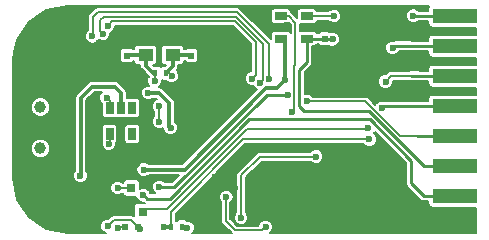
<source format=gbr>
G04 #@! TF.FileFunction,Copper,L2,Bot,Signal*
%FSLAX46Y46*%
G04 Gerber Fmt 4.6, Leading zero omitted, Abs format (unit mm)*
G04 Created by KiCad (PCBNEW 4.0.1-stable) date 25/01/2016 20:42:59*
%MOMM*%
G01*
G04 APERTURE LIST*
%ADD10C,0.150000*%
%ADD11O,3.980000X1.600000*%
%ADD12C,1.000000*%
%ADD13R,0.500000X0.600000*%
%ADD14R,0.600000X0.500000*%
%ADD15R,0.800100X0.800100*%
%ADD16R,0.400000X0.600000*%
%ADD17R,3.810000X1.270000*%
%ADD18R,1.060000X0.650000*%
%ADD19R,0.650000X1.060000*%
%ADD20R,1.300000X1.100000*%
%ADD21C,0.600000*%
%ADD22C,0.300000*%
%ADD23C,0.200000*%
%ADD24C,0.375000*%
%ADD25C,0.250000*%
G04 APERTURE END LIST*
D10*
D11*
X151224000Y-101194000D03*
X151224000Y-89194000D03*
D12*
X151224000Y-93944000D03*
X151224000Y-97440000D03*
D13*
X158559500Y-89577000D03*
X158559500Y-88477000D03*
X164020500Y-89577000D03*
X164020500Y-88477000D03*
D14*
X159490500Y-104076500D03*
X158390500Y-104076500D03*
D15*
X159890500Y-102791260D03*
X157990500Y-102791260D03*
X158940500Y-100792280D03*
D16*
X160967000Y-91059000D03*
X161867000Y-91059000D03*
X162300500Y-104076500D03*
X163200500Y-104076500D03*
D13*
X175310800Y-88154600D03*
X175310800Y-87054600D03*
D17*
X186309000Y-104013000D03*
X186309000Y-101473000D03*
X186309000Y-98933000D03*
X186309000Y-96393000D03*
X186309000Y-93853000D03*
X186309000Y-91313000D03*
X186309000Y-88773000D03*
X186309000Y-86233000D03*
D18*
X171620000Y-88135500D03*
X171620000Y-87185500D03*
X171620000Y-86235500D03*
X173820000Y-86235500D03*
X173820000Y-88135500D03*
D19*
X159001500Y-96223000D03*
X158051500Y-96223000D03*
X157101500Y-96223000D03*
X157101500Y-94023000D03*
X159001500Y-94023000D03*
X158051500Y-94023000D03*
D20*
X160140000Y-89532500D03*
X162440000Y-89532500D03*
X162440000Y-87632500D03*
X160140000Y-87632500D03*
D21*
X156921200Y-104013000D03*
X159994600Y-99237800D03*
X159689800Y-104216200D03*
X171983400Y-91643200D03*
X165354000Y-96215200D03*
X167792400Y-89027000D03*
X166420800Y-104140000D03*
X166039800Y-99822000D03*
X173405800Y-99885500D03*
X167678100Y-100761800D03*
X155168600Y-103339900D03*
X158051500Y-97155000D03*
X163004500Y-97663000D03*
X164630100Y-93294200D03*
X176377600Y-91706700D03*
X177406300Y-88328500D03*
X174891700Y-87007700D03*
X172135800Y-87020400D03*
X169532300Y-86258400D03*
X167284400Y-87553800D03*
X165582600Y-88798400D03*
X172707300Y-97243900D03*
X154622500Y-99758500D03*
X161290000Y-93853000D03*
X161290000Y-95186500D03*
X156845000Y-93154500D03*
X157035500Y-97028000D03*
X170611800Y-91541600D03*
X155625800Y-87934800D03*
X161302700Y-100698300D03*
X172161200Y-92887800D03*
X163677600Y-104165400D03*
X162255200Y-95681800D03*
X160375600Y-92735400D03*
X169849800Y-91871800D03*
X156540200Y-87731600D03*
X169164000Y-91516200D03*
X156921200Y-87045800D03*
X175996600Y-88188800D03*
X159943800Y-101396800D03*
X160909000Y-91719400D03*
X162369500Y-91313000D03*
X166966900Y-101549200D03*
X170307000Y-104089200D03*
X173812200Y-93446600D03*
X180136800Y-94030800D03*
X180467000Y-91770200D03*
X181051200Y-88925400D03*
X182803800Y-86207600D03*
X176098200Y-86233000D03*
X168224200Y-103327200D03*
X174574200Y-98120200D03*
X172516800Y-94361000D03*
X157784800Y-104190800D03*
X179095400Y-96672400D03*
X161671000Y-104089200D03*
X178993800Y-95707200D03*
X157784800Y-100787200D03*
D22*
X170268900Y-92379800D02*
X170268900Y-92417899D01*
X170281600Y-92379800D02*
X170307000Y-92354400D01*
X170307000Y-92354400D02*
X171272200Y-92354400D01*
X171983400Y-91643200D02*
X171272200Y-92354400D01*
X170268900Y-92379800D02*
X170281600Y-92379800D01*
X163448999Y-99237800D02*
X159994600Y-99237800D01*
X170268900Y-92417899D02*
X163448999Y-99237800D01*
D10*
X157429200Y-103505000D02*
X158919000Y-103505000D01*
X157429200Y-103505000D02*
X156921200Y-104013000D01*
X158919000Y-103505000D02*
X159490500Y-104076500D01*
D22*
X160375600Y-99237800D02*
X159994600Y-99237800D01*
D23*
X159490500Y-104076500D02*
X159592100Y-104118500D01*
X159592100Y-104118500D02*
X159689800Y-104216200D01*
D10*
X159490500Y-104076500D02*
X159592100Y-104009100D01*
D22*
X171620000Y-88135500D02*
X171620000Y-88155600D01*
X171620000Y-88155600D02*
X171983400Y-88519000D01*
X171983400Y-88519000D02*
X171983400Y-91643200D01*
D24*
X165354000Y-96215200D02*
X165379400Y-96215200D01*
D25*
X167792400Y-89027000D02*
X167779700Y-89014300D01*
X167779700Y-89014300D02*
X167779700Y-88976200D01*
X166433500Y-100761800D02*
X166484300Y-100761800D01*
X166484300Y-100761800D02*
X169989500Y-97256600D01*
X166370000Y-102222300D02*
X166382700Y-102222300D01*
X166204900Y-102057200D02*
X166204900Y-100990400D01*
X166370000Y-102222300D02*
X166204900Y-102057200D01*
X166446200Y-104114600D02*
X166420800Y-104140000D01*
X166446200Y-102285800D02*
X166446200Y-104114600D01*
X166382700Y-102222300D02*
X166446200Y-102285800D01*
X166204900Y-99987100D02*
X166204900Y-100990400D01*
X166039800Y-99822000D02*
X166204900Y-99987100D01*
X166433500Y-100761800D02*
X167678100Y-100761800D01*
X166204900Y-100990400D02*
X166433500Y-100761800D01*
X173405800Y-99885500D02*
X173431200Y-99910900D01*
X173431200Y-99910900D02*
X173469300Y-99910900D01*
X167678100Y-100761800D02*
X167690800Y-100761800D01*
X157990500Y-102791260D02*
X155717240Y-102791260D01*
X155717240Y-102791260D02*
X155168600Y-103339900D01*
X158051500Y-96223000D02*
X158051500Y-97155000D01*
D24*
X174891700Y-87007700D02*
X174938600Y-87054600D01*
X174938600Y-87054600D02*
X175310800Y-87054600D01*
X171620000Y-87185500D02*
X172021500Y-87134700D01*
X172021500Y-87134700D02*
X172135800Y-87020400D01*
X164020500Y-88477000D02*
X165261200Y-88477000D01*
X165261200Y-88477000D02*
X165582600Y-88798400D01*
X160140000Y-87632500D02*
X159026900Y-87632500D01*
X158559500Y-88099900D02*
X158559500Y-88477000D01*
X159026900Y-87632500D02*
X158559500Y-88099900D01*
X164020500Y-88477000D02*
X164020500Y-88112600D01*
X163540400Y-87632500D02*
X162440000Y-87632500D01*
X164020500Y-88112600D02*
X163540400Y-87632500D01*
X162440000Y-87632500D02*
X160140000Y-87632500D01*
D25*
X169989500Y-97256600D02*
X172694600Y-97256600D01*
X172694600Y-97256600D02*
X172707300Y-97243900D01*
X172745400Y-97282000D02*
X172707300Y-97243900D01*
D22*
X158051500Y-92735400D02*
X158051500Y-94023000D01*
X157518100Y-92202000D02*
X158051500Y-92735400D01*
X155625800Y-92202000D02*
X157518100Y-92202000D01*
X154660600Y-93167200D02*
X155625800Y-92202000D01*
X154660600Y-99720400D02*
X154660600Y-93167200D01*
X154622500Y-99758500D02*
X154660600Y-99720400D01*
D23*
X161290000Y-95186500D02*
X161290000Y-93853000D01*
D10*
X157101500Y-93411000D02*
X157101500Y-94023000D01*
X156845000Y-93154500D02*
X157101500Y-93411000D01*
X157101500Y-96962000D02*
X157101500Y-96223000D01*
X157035500Y-97028000D02*
X157101500Y-96962000D01*
X167843200Y-85902800D02*
X167884236Y-85902800D01*
X170586400Y-88604964D02*
X170586400Y-91084400D01*
X170586400Y-91516200D02*
X170586400Y-91084400D01*
X170611800Y-91541600D02*
X170586400Y-91516200D01*
X167884236Y-85902800D02*
X170586400Y-88604964D01*
X165176200Y-85902800D02*
X165328600Y-85902800D01*
X158115000Y-85902800D02*
X165176200Y-85902800D01*
X165328600Y-85902800D02*
X167843200Y-85902800D01*
X165328600Y-85902800D02*
X165328600Y-85902800D01*
X156083000Y-85902800D02*
X155651200Y-86334600D01*
X155651200Y-86334600D02*
X155651200Y-87960200D01*
X155651200Y-87960200D02*
X155625800Y-87934800D01*
X158115000Y-85902800D02*
X156083000Y-85902800D01*
D25*
X170446530Y-92900242D02*
X172148758Y-92900242D01*
D23*
X172148758Y-92900242D02*
X172161200Y-92887800D01*
X161302700Y-100698300D02*
X161293495Y-100710819D01*
D25*
X161293495Y-100710819D02*
X162582822Y-100711101D01*
X162582822Y-100711101D02*
X170446530Y-92900242D01*
X172135800Y-92862400D02*
X172161200Y-92887800D01*
D24*
X163677600Y-104165400D02*
X163403700Y-104120100D01*
X163403700Y-104120100D02*
X163200500Y-104076500D01*
D22*
X162255200Y-95681800D02*
X162153600Y-95580200D01*
X162153600Y-95580200D02*
X162153600Y-93573600D01*
X162153600Y-93573600D02*
X161315400Y-92735400D01*
X161315400Y-92735400D02*
X160375600Y-92735400D01*
D10*
X170053000Y-91668600D02*
X170053000Y-91135200D01*
X169849800Y-91871800D02*
X170053000Y-91668600D01*
X156616400Y-86283800D02*
X156591000Y-86283800D01*
X156591000Y-86283800D02*
X156311600Y-86563200D01*
X156311600Y-86563200D02*
X156311600Y-87503000D01*
X156311600Y-87503000D02*
X156540200Y-87731600D01*
X157848305Y-86283800D02*
X156616400Y-86283800D01*
X157848305Y-86283800D02*
X165023800Y-86283800D01*
X156514800Y-87807800D02*
X156438600Y-87655400D01*
X165049200Y-86283800D02*
X165049200Y-86283800D01*
X165049200Y-86283800D02*
X167767000Y-86283800D01*
X167767000Y-86283800D02*
X170053000Y-88569800D01*
X170053000Y-88569800D02*
X170053000Y-91135200D01*
X165023800Y-86283800D02*
X165023800Y-86283800D01*
X165023800Y-86283800D02*
X165049200Y-86283800D01*
X169468800Y-91135200D02*
X169468800Y-91211400D01*
X169468800Y-91211400D02*
X169164000Y-91516200D01*
X169468800Y-88456235D02*
X169468800Y-91135200D01*
X169468800Y-91135200D02*
X169468800Y-91186000D01*
X167672611Y-86639400D02*
X169468800Y-88456235D01*
X157556200Y-86639400D02*
X157327600Y-86639400D01*
X157327600Y-86639400D02*
X156921200Y-87045800D01*
X164719000Y-86639400D02*
X164693600Y-86639400D01*
X157429200Y-86639400D02*
X157556200Y-86639400D01*
X157556200Y-86639400D02*
X164693600Y-86639400D01*
X157048200Y-86918800D02*
X156921200Y-87045800D01*
X164719000Y-86639400D02*
X164719000Y-86639400D01*
X156921200Y-87045800D02*
X156921200Y-86969600D01*
X164719000Y-86639400D02*
X167672611Y-86639400D01*
X156921200Y-87045800D02*
X156921200Y-86995000D01*
D25*
X186309000Y-98933000D02*
X184302400Y-98933000D01*
X173820000Y-90136800D02*
X173820000Y-88135500D01*
X173151800Y-90805000D02*
X173820000Y-90136800D01*
X173151800Y-93853000D02*
X173151800Y-90805000D01*
X173558200Y-94259400D02*
X173151800Y-93853000D01*
X179057622Y-94259400D02*
X173558200Y-94259400D01*
X183731222Y-98933000D02*
X179057622Y-94259400D01*
X184302400Y-98933000D02*
X183731222Y-98933000D01*
X184302400Y-98933000D02*
X184302400Y-98933000D01*
D10*
X186309000Y-98933000D02*
X184581800Y-98933000D01*
X184581800Y-98933000D02*
X184581800Y-98933000D01*
D25*
X175310800Y-88154600D02*
X175962400Y-88154600D01*
X175962400Y-88154600D02*
X175996600Y-88188800D01*
X173820000Y-88135500D02*
X175291700Y-88135500D01*
X175291700Y-88135500D02*
X175310800Y-88154600D01*
X159943800Y-101396800D02*
X159994600Y-101396800D01*
X183718200Y-101473000D02*
X186309000Y-101473000D01*
X182600600Y-100355400D02*
X183718200Y-101473000D01*
X182600600Y-98462778D02*
X182600600Y-100355400D01*
X179108422Y-94970600D02*
X182600600Y-98462778D01*
X168935400Y-94970600D02*
X179108422Y-94970600D01*
X162229800Y-101676200D02*
X168935400Y-94970600D01*
X160274000Y-101676200D02*
X162229800Y-101676200D01*
X159994600Y-101396800D02*
X160274000Y-101676200D01*
D10*
X160909000Y-91719400D02*
X160909000Y-91059000D01*
X160909000Y-91059000D02*
X160967000Y-91059000D01*
D22*
X160140000Y-89532500D02*
X158604000Y-89532500D01*
X158604000Y-89532500D02*
X158559500Y-89577000D01*
X160967000Y-91059000D02*
X160782000Y-91059000D01*
X160782000Y-91059000D02*
X160140000Y-90417000D01*
X160140000Y-90417000D02*
X160140000Y-89532500D01*
D10*
X162369500Y-91313000D02*
X162115500Y-91059000D01*
X161867000Y-91059000D02*
X162115500Y-91059000D01*
D22*
X162440000Y-89532500D02*
X163976000Y-89532500D01*
X163976000Y-89532500D02*
X164020500Y-89577000D01*
X162440000Y-89532500D02*
X162440000Y-90486000D01*
X162440000Y-90486000D02*
X161867000Y-91059000D01*
D10*
X170027600Y-104368600D02*
X170307000Y-104089200D01*
X166928800Y-103555800D02*
X167741600Y-104368600D01*
X166928800Y-101492756D02*
X166928800Y-103555800D01*
X166966900Y-101549200D02*
X166928800Y-101492756D01*
X167741600Y-104368600D02*
X170027600Y-104368600D01*
D25*
X186309000Y-96393000D02*
X183134000Y-96393000D01*
D10*
X178739800Y-93446600D02*
X173812200Y-93446600D01*
X179019200Y-93726000D02*
X178739800Y-93446600D01*
X179019200Y-93726000D02*
X179019200Y-93726000D01*
X181686200Y-96393000D02*
X179019200Y-93726000D01*
X183134000Y-96393000D02*
X181686200Y-96393000D01*
X183134000Y-96393000D02*
X183134000Y-96393000D01*
X180136800Y-94030800D02*
X180314600Y-93853000D01*
D25*
X186309000Y-93853000D02*
X180314600Y-93853000D01*
D10*
X182575027Y-91287770D02*
X180949430Y-91287770D01*
X180949430Y-91287770D02*
X180467000Y-91770200D01*
X182549800Y-91287600D02*
X182575027Y-91287770D01*
D25*
X182575027Y-91287770D02*
X186309000Y-91313000D01*
X186309000Y-88773000D02*
X181229000Y-88747600D01*
D10*
X181051200Y-88925400D02*
X181229000Y-88747600D01*
X182803800Y-86207600D02*
X182829200Y-86233000D01*
D25*
X182829200Y-86233000D02*
X186309000Y-86233000D01*
D10*
X173820000Y-86235500D02*
X176095700Y-86235500D01*
X176095700Y-86235500D02*
X176098200Y-86233000D01*
X174548800Y-98145600D02*
X174574200Y-98120200D01*
X168205059Y-99666052D02*
X168224200Y-103327200D01*
X169824671Y-98145600D02*
X168205059Y-99666052D01*
X169824671Y-98145600D02*
X174548800Y-98145600D01*
X172821600Y-86791800D02*
X172821600Y-90347800D01*
X172821600Y-86791800D02*
X172265300Y-86235500D01*
X171620000Y-86235500D02*
X172265300Y-86235500D01*
X172696934Y-90472466D02*
X172696934Y-93598589D01*
X172821600Y-90347800D02*
X172696934Y-90472466D01*
X172696934Y-93598589D02*
X172696934Y-94180866D01*
X172696934Y-94180866D02*
X172516800Y-94361000D01*
X172695057Y-93701074D02*
X172696934Y-93598589D01*
D23*
X157784800Y-104190800D02*
X157949900Y-104076500D01*
X157949900Y-104076500D02*
X158390500Y-104076500D01*
D10*
X179095400Y-96672400D02*
X168427400Y-96672400D01*
X162300500Y-104076500D02*
X162300500Y-102799300D01*
X168427400Y-96672400D02*
X162300500Y-102799300D01*
D24*
X162300500Y-104076500D02*
X161683700Y-104076500D01*
X161683700Y-104076500D02*
X161671000Y-104089200D01*
D10*
X168732200Y-95783400D02*
X178917600Y-95783400D01*
X168732200Y-95783400D02*
X161925000Y-102590600D01*
X161925000Y-102590600D02*
X161518600Y-102590600D01*
X178917600Y-95783400D02*
X178993800Y-95707200D01*
X160091160Y-102590600D02*
X161518600Y-102590600D01*
X161518600Y-102590600D02*
X161823400Y-102590600D01*
X160091160Y-102590600D02*
X159890500Y-102791260D01*
X157789880Y-100792280D02*
X158940500Y-100792280D01*
X157784800Y-100787200D02*
X157789880Y-100792280D01*
G36*
X182150600Y-98649174D02*
X182150600Y-100355400D01*
X182184854Y-100527608D01*
X182256082Y-100634208D01*
X182282402Y-100673598D01*
X183400002Y-101791198D01*
X183545992Y-101888746D01*
X183718200Y-101923000D01*
X184072633Y-101923000D01*
X184072633Y-102108000D01*
X184095295Y-102228438D01*
X184166474Y-102339053D01*
X184275080Y-102413260D01*
X184404000Y-102439367D01*
X188126100Y-102439367D01*
X188126100Y-104628600D01*
X170638204Y-104628600D01*
X170660571Y-104619358D01*
X170836540Y-104443696D01*
X170931891Y-104214066D01*
X170932108Y-103965425D01*
X170837158Y-103735629D01*
X170661496Y-103559660D01*
X170431866Y-103464309D01*
X170183225Y-103464092D01*
X169953429Y-103559042D01*
X169777460Y-103734704D01*
X169682109Y-103964334D01*
X169682105Y-103968600D01*
X167907286Y-103968600D01*
X167389661Y-103450975D01*
X167599092Y-103450975D01*
X167694042Y-103680771D01*
X167869704Y-103856740D01*
X168099334Y-103952091D01*
X168347975Y-103952308D01*
X168577771Y-103857358D01*
X168753740Y-103681696D01*
X168849091Y-103452066D01*
X168849308Y-103203425D01*
X168754358Y-102973629D01*
X168621662Y-102840702D01*
X168605966Y-99838332D01*
X169983006Y-98545600D01*
X174115746Y-98545600D01*
X174219704Y-98649740D01*
X174449334Y-98745091D01*
X174697975Y-98745308D01*
X174927771Y-98650358D01*
X175103740Y-98474696D01*
X175199091Y-98245066D01*
X175199308Y-97996425D01*
X175104358Y-97766629D01*
X174928696Y-97590660D01*
X174699066Y-97495309D01*
X174450425Y-97495092D01*
X174220629Y-97590042D01*
X174064799Y-97745600D01*
X169824671Y-97745600D01*
X169754212Y-97759615D01*
X169683337Y-97771401D01*
X169677891Y-97774796D01*
X169671598Y-97776048D01*
X169611866Y-97815960D01*
X169550896Y-97853971D01*
X167931285Y-99374423D01*
X167926938Y-99380504D01*
X167920741Y-99384692D01*
X167881703Y-99443783D01*
X167840523Y-99501390D01*
X167838833Y-99508675D01*
X167834712Y-99514913D01*
X167821259Y-99584443D01*
X167805258Y-99653427D01*
X167806484Y-99660802D01*
X167805064Y-99668143D01*
X167821678Y-102845908D01*
X167694660Y-102972704D01*
X167599309Y-103202334D01*
X167599092Y-103450975D01*
X167389661Y-103450975D01*
X167328800Y-103390114D01*
X167328800Y-102071044D01*
X167496440Y-101903696D01*
X167591791Y-101674066D01*
X167592008Y-101425425D01*
X167497058Y-101195629D01*
X167321396Y-101019660D01*
X167091766Y-100924309D01*
X166843125Y-100924092D01*
X166613329Y-101019042D01*
X166437360Y-101194704D01*
X166342009Y-101424334D01*
X166341792Y-101672975D01*
X166436742Y-101902771D01*
X166528800Y-101994990D01*
X166528800Y-103555800D01*
X166559248Y-103708874D01*
X166645957Y-103838643D01*
X167435914Y-104628600D01*
X164098246Y-104628600D01*
X164207140Y-104519896D01*
X164302491Y-104290266D01*
X164302708Y-104041625D01*
X164207758Y-103811829D01*
X164032096Y-103635860D01*
X163802466Y-103540509D01*
X163630579Y-103540359D01*
X163529420Y-103471240D01*
X163400500Y-103445133D01*
X163000500Y-103445133D01*
X162880062Y-103467795D01*
X162769447Y-103538974D01*
X162751120Y-103565796D01*
X162738026Y-103545447D01*
X162700500Y-103519807D01*
X162700500Y-102964986D01*
X168593086Y-97072400D01*
X178611590Y-97072400D01*
X178740904Y-97201940D01*
X178970534Y-97297291D01*
X179219175Y-97297508D01*
X179448971Y-97202558D01*
X179624940Y-97026896D01*
X179720291Y-96797266D01*
X179720508Y-96548625D01*
X179625558Y-96318829D01*
X179449896Y-96142860D01*
X179444344Y-96140554D01*
X179523340Y-96061696D01*
X179535012Y-96033586D01*
X182150600Y-98649174D01*
X182150600Y-98649174D01*
G37*
X182150600Y-98649174D02*
X182150600Y-100355400D01*
X182184854Y-100527608D01*
X182256082Y-100634208D01*
X182282402Y-100673598D01*
X183400002Y-101791198D01*
X183545992Y-101888746D01*
X183718200Y-101923000D01*
X184072633Y-101923000D01*
X184072633Y-102108000D01*
X184095295Y-102228438D01*
X184166474Y-102339053D01*
X184275080Y-102413260D01*
X184404000Y-102439367D01*
X188126100Y-102439367D01*
X188126100Y-104628600D01*
X170638204Y-104628600D01*
X170660571Y-104619358D01*
X170836540Y-104443696D01*
X170931891Y-104214066D01*
X170932108Y-103965425D01*
X170837158Y-103735629D01*
X170661496Y-103559660D01*
X170431866Y-103464309D01*
X170183225Y-103464092D01*
X169953429Y-103559042D01*
X169777460Y-103734704D01*
X169682109Y-103964334D01*
X169682105Y-103968600D01*
X167907286Y-103968600D01*
X167389661Y-103450975D01*
X167599092Y-103450975D01*
X167694042Y-103680771D01*
X167869704Y-103856740D01*
X168099334Y-103952091D01*
X168347975Y-103952308D01*
X168577771Y-103857358D01*
X168753740Y-103681696D01*
X168849091Y-103452066D01*
X168849308Y-103203425D01*
X168754358Y-102973629D01*
X168621662Y-102840702D01*
X168605966Y-99838332D01*
X169983006Y-98545600D01*
X174115746Y-98545600D01*
X174219704Y-98649740D01*
X174449334Y-98745091D01*
X174697975Y-98745308D01*
X174927771Y-98650358D01*
X175103740Y-98474696D01*
X175199091Y-98245066D01*
X175199308Y-97996425D01*
X175104358Y-97766629D01*
X174928696Y-97590660D01*
X174699066Y-97495309D01*
X174450425Y-97495092D01*
X174220629Y-97590042D01*
X174064799Y-97745600D01*
X169824671Y-97745600D01*
X169754212Y-97759615D01*
X169683337Y-97771401D01*
X169677891Y-97774796D01*
X169671598Y-97776048D01*
X169611866Y-97815960D01*
X169550896Y-97853971D01*
X167931285Y-99374423D01*
X167926938Y-99380504D01*
X167920741Y-99384692D01*
X167881703Y-99443783D01*
X167840523Y-99501390D01*
X167838833Y-99508675D01*
X167834712Y-99514913D01*
X167821259Y-99584443D01*
X167805258Y-99653427D01*
X167806484Y-99660802D01*
X167805064Y-99668143D01*
X167821678Y-102845908D01*
X167694660Y-102972704D01*
X167599309Y-103202334D01*
X167599092Y-103450975D01*
X167389661Y-103450975D01*
X167328800Y-103390114D01*
X167328800Y-102071044D01*
X167496440Y-101903696D01*
X167591791Y-101674066D01*
X167592008Y-101425425D01*
X167497058Y-101195629D01*
X167321396Y-101019660D01*
X167091766Y-100924309D01*
X166843125Y-100924092D01*
X166613329Y-101019042D01*
X166437360Y-101194704D01*
X166342009Y-101424334D01*
X166341792Y-101672975D01*
X166436742Y-101902771D01*
X166528800Y-101994990D01*
X166528800Y-103555800D01*
X166559248Y-103708874D01*
X166645957Y-103838643D01*
X167435914Y-104628600D01*
X164098246Y-104628600D01*
X164207140Y-104519896D01*
X164302491Y-104290266D01*
X164302708Y-104041625D01*
X164207758Y-103811829D01*
X164032096Y-103635860D01*
X163802466Y-103540509D01*
X163630579Y-103540359D01*
X163529420Y-103471240D01*
X163400500Y-103445133D01*
X163000500Y-103445133D01*
X162880062Y-103467795D01*
X162769447Y-103538974D01*
X162751120Y-103565796D01*
X162738026Y-103545447D01*
X162700500Y-103519807D01*
X162700500Y-102964986D01*
X168593086Y-97072400D01*
X178611590Y-97072400D01*
X178740904Y-97201940D01*
X178970534Y-97297291D01*
X179219175Y-97297508D01*
X179448971Y-97202558D01*
X179624940Y-97026896D01*
X179720291Y-96797266D01*
X179720508Y-96548625D01*
X179625558Y-96318829D01*
X179449896Y-96142860D01*
X179444344Y-96140554D01*
X179523340Y-96061696D01*
X179535012Y-96033586D01*
X182150600Y-98649174D01*
G36*
X184098740Y-85469080D02*
X184072633Y-85598000D01*
X184072633Y-85783000D01*
X183263053Y-85783000D01*
X183158296Y-85678060D01*
X182928666Y-85582709D01*
X182680025Y-85582492D01*
X182450229Y-85677442D01*
X182274260Y-85853104D01*
X182178909Y-86082734D01*
X182178692Y-86331375D01*
X182273642Y-86561171D01*
X182449304Y-86737140D01*
X182678934Y-86832491D01*
X182927575Y-86832708D01*
X183157371Y-86737758D01*
X183212225Y-86683000D01*
X184072633Y-86683000D01*
X184072633Y-86868000D01*
X184095295Y-86988438D01*
X184166474Y-87099053D01*
X184275080Y-87173260D01*
X184404000Y-87199367D01*
X188126100Y-87199367D01*
X188126100Y-87806633D01*
X184404000Y-87806633D01*
X184283562Y-87829295D01*
X184172947Y-87900474D01*
X184098740Y-88009080D01*
X184072633Y-88138000D01*
X184072633Y-88311813D01*
X181231250Y-88297606D01*
X181188853Y-88305819D01*
X181176066Y-88300509D01*
X180927425Y-88300292D01*
X180697629Y-88395242D01*
X180521660Y-88570904D01*
X180426309Y-88800534D01*
X180426092Y-89049175D01*
X180521042Y-89278971D01*
X180696704Y-89454940D01*
X180926334Y-89550291D01*
X181174975Y-89550508D01*
X181404771Y-89455558D01*
X181580740Y-89279896D01*
X181614111Y-89199531D01*
X184072633Y-89211823D01*
X184072633Y-89408000D01*
X184095295Y-89528438D01*
X184166474Y-89639053D01*
X184275080Y-89713260D01*
X184404000Y-89739367D01*
X188126100Y-89739367D01*
X188126100Y-90346633D01*
X184404000Y-90346633D01*
X184283562Y-90369295D01*
X184172947Y-90440474D01*
X184098740Y-90549080D01*
X184072633Y-90678000D01*
X184072633Y-90847879D01*
X182578068Y-90837780D01*
X182405632Y-90870870D01*
X182379966Y-90887770D01*
X180949430Y-90887770D01*
X180796356Y-90918218D01*
X180666587Y-91004927D01*
X180526262Y-91145252D01*
X180343225Y-91145092D01*
X180113429Y-91240042D01*
X179937460Y-91415704D01*
X179842109Y-91645334D01*
X179841892Y-91893975D01*
X179936842Y-92123771D01*
X180112504Y-92299740D01*
X180342134Y-92395091D01*
X180590775Y-92395308D01*
X180820571Y-92300358D01*
X180996540Y-92124696D01*
X181091891Y-91895066D01*
X181092052Y-91710834D01*
X181115116Y-91687770D01*
X182378520Y-91687770D01*
X182400014Y-91702343D01*
X182571986Y-91737760D01*
X184072633Y-91747900D01*
X184072633Y-91948000D01*
X184095295Y-92068438D01*
X184166474Y-92179053D01*
X184275080Y-92253260D01*
X184404000Y-92279367D01*
X188126100Y-92279367D01*
X188126100Y-92886633D01*
X184404000Y-92886633D01*
X184283562Y-92909295D01*
X184172947Y-92980474D01*
X184098740Y-93089080D01*
X184072633Y-93218000D01*
X184072633Y-93403000D01*
X180314600Y-93403000D01*
X180274074Y-93411061D01*
X180261666Y-93405909D01*
X180013025Y-93405692D01*
X179783229Y-93500642D01*
X179607260Y-93676304D01*
X179586114Y-93727228D01*
X179022643Y-93163757D01*
X178892874Y-93077048D01*
X178739800Y-93046600D01*
X174296010Y-93046600D01*
X174166696Y-92917060D01*
X173937066Y-92821709D01*
X173688425Y-92821492D01*
X173601800Y-92857285D01*
X173601800Y-90991396D01*
X174138198Y-90454998D01*
X174235747Y-90309007D01*
X174270000Y-90136800D01*
X174270000Y-88791867D01*
X174350000Y-88791867D01*
X174470438Y-88769205D01*
X174581053Y-88698026D01*
X174655260Y-88589420D01*
X174656054Y-88585500D01*
X174758827Y-88585500D01*
X174823274Y-88685653D01*
X174931880Y-88759860D01*
X175060800Y-88785967D01*
X175560800Y-88785967D01*
X175681238Y-88763305D01*
X175708360Y-88745852D01*
X175871734Y-88813691D01*
X176120375Y-88813908D01*
X176350171Y-88718958D01*
X176526140Y-88543296D01*
X176621491Y-88313666D01*
X176621708Y-88065025D01*
X176526758Y-87835229D01*
X176351096Y-87659260D01*
X176121466Y-87563909D01*
X175872825Y-87563692D01*
X175771811Y-87605430D01*
X175689720Y-87549340D01*
X175560800Y-87523233D01*
X175060800Y-87523233D01*
X174940362Y-87545895D01*
X174829747Y-87617074D01*
X174782994Y-87685500D01*
X174655769Y-87685500D01*
X174587526Y-87579447D01*
X174478920Y-87505240D01*
X174350000Y-87479133D01*
X173290000Y-87479133D01*
X173221600Y-87492003D01*
X173221600Y-86878016D01*
X173290000Y-86891867D01*
X174350000Y-86891867D01*
X174470438Y-86869205D01*
X174581053Y-86798026D01*
X174655260Y-86689420D01*
X174666179Y-86635500D01*
X175616886Y-86635500D01*
X175743704Y-86762540D01*
X175973334Y-86857891D01*
X176221975Y-86858108D01*
X176451771Y-86763158D01*
X176627740Y-86587496D01*
X176723091Y-86357866D01*
X176723308Y-86109225D01*
X176628358Y-85879429D01*
X176452696Y-85703460D01*
X176223066Y-85608109D01*
X175974425Y-85607892D01*
X175744629Y-85702842D01*
X175611739Y-85835500D01*
X174667255Y-85835500D01*
X174658705Y-85790062D01*
X174587526Y-85679447D01*
X174478920Y-85605240D01*
X174350000Y-85579133D01*
X173290000Y-85579133D01*
X173169562Y-85601795D01*
X173058947Y-85672974D01*
X172984740Y-85781580D01*
X172958633Y-85910500D01*
X172958633Y-86363147D01*
X172548143Y-85952657D01*
X172480837Y-85907685D01*
X172458705Y-85790062D01*
X172387526Y-85679447D01*
X172278920Y-85605240D01*
X172150000Y-85579133D01*
X171090000Y-85579133D01*
X170969562Y-85601795D01*
X170858947Y-85672974D01*
X170784740Y-85781580D01*
X170758633Y-85910500D01*
X170758633Y-86560500D01*
X170781295Y-86680938D01*
X170852474Y-86791553D01*
X170961080Y-86865760D01*
X171090000Y-86891867D01*
X172150000Y-86891867D01*
X172270438Y-86869205D01*
X172308699Y-86844585D01*
X172421600Y-86957486D01*
X172421600Y-87632399D01*
X172387526Y-87579447D01*
X172278920Y-87505240D01*
X172150000Y-87479133D01*
X171090000Y-87479133D01*
X170969562Y-87501795D01*
X170858947Y-87572974D01*
X170784740Y-87681580D01*
X170758633Y-87810500D01*
X170758633Y-88211511D01*
X168167079Y-85619957D01*
X168037310Y-85533248D01*
X167884236Y-85502800D01*
X156083000Y-85502800D01*
X155929927Y-85533248D01*
X155800157Y-85619957D01*
X155800155Y-85619960D01*
X155368357Y-86051757D01*
X155281648Y-86181526D01*
X155261305Y-86283800D01*
X155251200Y-86334600D01*
X155251200Y-87425634D01*
X155096260Y-87580304D01*
X155000909Y-87809934D01*
X155000692Y-88058575D01*
X155095642Y-88288371D01*
X155271304Y-88464340D01*
X155500934Y-88559691D01*
X155749575Y-88559908D01*
X155979371Y-88464958D01*
X156155340Y-88289296D01*
X156172517Y-88247930D01*
X156185704Y-88261140D01*
X156415334Y-88356491D01*
X156663975Y-88356708D01*
X156893771Y-88261758D01*
X157069740Y-88086096D01*
X157165091Y-87856466D01*
X157165296Y-87621192D01*
X157274771Y-87575958D01*
X157450740Y-87400296D01*
X157546091Y-87170666D01*
X157546206Y-87039400D01*
X167505585Y-87039400D01*
X169068800Y-88620584D01*
X169068800Y-90891117D01*
X169040225Y-90891092D01*
X168810429Y-90986042D01*
X168634460Y-91161704D01*
X168539109Y-91391334D01*
X168538892Y-91639975D01*
X168633842Y-91869771D01*
X168809504Y-92045740D01*
X169039134Y-92141091D01*
X169284907Y-92141305D01*
X169319642Y-92225371D01*
X169495304Y-92401340D01*
X169578968Y-92436080D01*
X163252247Y-98762800D01*
X160403541Y-98762800D01*
X160349096Y-98708260D01*
X160119466Y-98612909D01*
X159870825Y-98612692D01*
X159641029Y-98707642D01*
X159465060Y-98883304D01*
X159369709Y-99112934D01*
X159369492Y-99361575D01*
X159464442Y-99591371D01*
X159640104Y-99767340D01*
X159869734Y-99862691D01*
X160118375Y-99862908D01*
X160348171Y-99767958D01*
X160403425Y-99712800D01*
X162949325Y-99712800D01*
X162397355Y-100261060D01*
X161749194Y-100260919D01*
X161657196Y-100168760D01*
X161427566Y-100073409D01*
X161178925Y-100073192D01*
X160949129Y-100168142D01*
X160773160Y-100343804D01*
X160677809Y-100573434D01*
X160677592Y-100822075D01*
X160772542Y-101051871D01*
X160946567Y-101226200D01*
X160549560Y-101226200D01*
X160473958Y-101043229D01*
X160298296Y-100867260D01*
X160068666Y-100771909D01*
X159820025Y-100771692D01*
X159671917Y-100832889D01*
X159671917Y-100392230D01*
X159649255Y-100271792D01*
X159578076Y-100161177D01*
X159469470Y-100086970D01*
X159340550Y-100060863D01*
X158540450Y-100060863D01*
X158420012Y-100083525D01*
X158309397Y-100154704D01*
X158235190Y-100263310D01*
X158219969Y-100338474D01*
X158139296Y-100257660D01*
X157909666Y-100162309D01*
X157661025Y-100162092D01*
X157431229Y-100257042D01*
X157255260Y-100432704D01*
X157159909Y-100662334D01*
X157159692Y-100910975D01*
X157254642Y-101140771D01*
X157430304Y-101316740D01*
X157659934Y-101412091D01*
X157908575Y-101412308D01*
X158138371Y-101317358D01*
X158217707Y-101238161D01*
X158231745Y-101312768D01*
X158302924Y-101423383D01*
X158411530Y-101497590D01*
X158540450Y-101523697D01*
X159319982Y-101523697D01*
X159413642Y-101750371D01*
X159589304Y-101926340D01*
X159818934Y-102021691D01*
X159996881Y-102021846D01*
X160053747Y-102059843D01*
X159490450Y-102059843D01*
X159370012Y-102082505D01*
X159259397Y-102153684D01*
X159185190Y-102262290D01*
X159159083Y-102391210D01*
X159159083Y-103191310D01*
X159159573Y-103193913D01*
X159072074Y-103135448D01*
X158919000Y-103105000D01*
X157429200Y-103105000D01*
X157276127Y-103135448D01*
X157146357Y-103222157D01*
X157146355Y-103222160D01*
X156980463Y-103388052D01*
X156797425Y-103387892D01*
X156567629Y-103482842D01*
X156391660Y-103658504D01*
X156296309Y-103888134D01*
X156296092Y-104136775D01*
X156391042Y-104366571D01*
X156566704Y-104542540D01*
X156773959Y-104628600D01*
X153538032Y-104628600D01*
X151734002Y-104269756D01*
X150235925Y-103268773D01*
X149234944Y-101770698D01*
X148876100Y-99966668D01*
X148876100Y-99882275D01*
X153997392Y-99882275D01*
X154092342Y-100112071D01*
X154268004Y-100288040D01*
X154497634Y-100383391D01*
X154746275Y-100383608D01*
X154976071Y-100288658D01*
X155152040Y-100112996D01*
X155247391Y-99883366D01*
X155247608Y-99634725D01*
X155152658Y-99404929D01*
X155135600Y-99387841D01*
X155135600Y-97151775D01*
X156410392Y-97151775D01*
X156505342Y-97381571D01*
X156681004Y-97557540D01*
X156910634Y-97652891D01*
X157159275Y-97653108D01*
X157389071Y-97558158D01*
X157565040Y-97382496D01*
X157660391Y-97152866D01*
X157660536Y-96986159D01*
X157731760Y-96881920D01*
X157757867Y-96753000D01*
X157757867Y-95693000D01*
X158345133Y-95693000D01*
X158345133Y-96753000D01*
X158367795Y-96873438D01*
X158438974Y-96984053D01*
X158547580Y-97058260D01*
X158676500Y-97084367D01*
X159326500Y-97084367D01*
X159446938Y-97061705D01*
X159557553Y-96990526D01*
X159631760Y-96881920D01*
X159657867Y-96753000D01*
X159657867Y-95693000D01*
X159635205Y-95572562D01*
X159564026Y-95461947D01*
X159455420Y-95387740D01*
X159326500Y-95361633D01*
X158676500Y-95361633D01*
X158556062Y-95384295D01*
X158445447Y-95455474D01*
X158371240Y-95564080D01*
X158345133Y-95693000D01*
X157757867Y-95693000D01*
X157735205Y-95572562D01*
X157664026Y-95461947D01*
X157555420Y-95387740D01*
X157426500Y-95361633D01*
X156776500Y-95361633D01*
X156656062Y-95384295D01*
X156545447Y-95455474D01*
X156471240Y-95564080D01*
X156445133Y-95693000D01*
X156445133Y-96753000D01*
X156453807Y-96799101D01*
X156410609Y-96903134D01*
X156410392Y-97151775D01*
X155135600Y-97151775D01*
X155135600Y-93363952D01*
X155822552Y-92677000D01*
X156438679Y-92677000D01*
X156315460Y-92800004D01*
X156220109Y-93029634D01*
X156219892Y-93278275D01*
X156314842Y-93508071D01*
X156445133Y-93638590D01*
X156445133Y-94553000D01*
X156467795Y-94673438D01*
X156538974Y-94784053D01*
X156647580Y-94858260D01*
X156776500Y-94884367D01*
X157426500Y-94884367D01*
X157546938Y-94861705D01*
X157575615Y-94843252D01*
X157597580Y-94858260D01*
X157726500Y-94884367D01*
X158376500Y-94884367D01*
X158496938Y-94861705D01*
X158525615Y-94843252D01*
X158547580Y-94858260D01*
X158676500Y-94884367D01*
X159326500Y-94884367D01*
X159446938Y-94861705D01*
X159557553Y-94790526D01*
X159631760Y-94681920D01*
X159657867Y-94553000D01*
X159657867Y-93493000D01*
X159635205Y-93372562D01*
X159564026Y-93261947D01*
X159455420Y-93187740D01*
X159326500Y-93161633D01*
X158676500Y-93161633D01*
X158556062Y-93184295D01*
X158527385Y-93202748D01*
X158526500Y-93202143D01*
X158526500Y-92735405D01*
X158526501Y-92735400D01*
X158490344Y-92553626D01*
X158444152Y-92484496D01*
X158387376Y-92399524D01*
X158387373Y-92399522D01*
X157853976Y-91866124D01*
X157699875Y-91763157D01*
X157518100Y-91727000D01*
X155625800Y-91727000D01*
X155444025Y-91763157D01*
X155351508Y-91824975D01*
X155289924Y-91866124D01*
X154324724Y-92831324D01*
X154221757Y-92985425D01*
X154185600Y-93167200D01*
X154185600Y-99311526D01*
X154092960Y-99404004D01*
X153997609Y-99633634D01*
X153997392Y-99882275D01*
X148876100Y-99882275D01*
X148876100Y-97603383D01*
X150398857Y-97603383D01*
X150524191Y-97906715D01*
X150756065Y-98138993D01*
X151059177Y-98264857D01*
X151387383Y-98265143D01*
X151690715Y-98139809D01*
X151922993Y-97907935D01*
X152048857Y-97604823D01*
X152049143Y-97276617D01*
X151923809Y-96973285D01*
X151691935Y-96741007D01*
X151388823Y-96615143D01*
X151060617Y-96614857D01*
X150757285Y-96740191D01*
X150525007Y-96972065D01*
X150399143Y-97275177D01*
X150398857Y-97603383D01*
X148876100Y-97603383D01*
X148876100Y-94107383D01*
X150398857Y-94107383D01*
X150524191Y-94410715D01*
X150756065Y-94642993D01*
X151059177Y-94768857D01*
X151387383Y-94769143D01*
X151690715Y-94643809D01*
X151922993Y-94411935D01*
X152048857Y-94108823D01*
X152049143Y-93780617D01*
X151923809Y-93477285D01*
X151691935Y-93245007D01*
X151388823Y-93119143D01*
X151060617Y-93118857D01*
X150757285Y-93244191D01*
X150525007Y-93476065D01*
X150399143Y-93779177D01*
X150398857Y-94107383D01*
X148876100Y-94107383D01*
X148876100Y-90040532D01*
X149027976Y-89277000D01*
X157978133Y-89277000D01*
X157978133Y-89877000D01*
X158000795Y-89997438D01*
X158071974Y-90108053D01*
X158180580Y-90182260D01*
X158309500Y-90208367D01*
X158809500Y-90208367D01*
X158929938Y-90185705D01*
X159040553Y-90114526D01*
X159113680Y-90007500D01*
X159158633Y-90007500D01*
X159158633Y-90082500D01*
X159181295Y-90202938D01*
X159252474Y-90313553D01*
X159361080Y-90387760D01*
X159490000Y-90413867D01*
X159665000Y-90413867D01*
X159665000Y-90417000D01*
X159701157Y-90598775D01*
X159804124Y-90752876D01*
X160397822Y-91346574D01*
X160379460Y-91364904D01*
X160284109Y-91594534D01*
X160283892Y-91843175D01*
X160378842Y-92072971D01*
X160416241Y-92110435D01*
X160251825Y-92110292D01*
X160022029Y-92205242D01*
X159846060Y-92380904D01*
X159750709Y-92610534D01*
X159750492Y-92859175D01*
X159845442Y-93088971D01*
X160021104Y-93264940D01*
X160250734Y-93360291D01*
X160499375Y-93360508D01*
X160729171Y-93265558D01*
X160784425Y-93210400D01*
X161118648Y-93210400D01*
X161144936Y-93236688D01*
X160936429Y-93322842D01*
X160760460Y-93498504D01*
X160665109Y-93728134D01*
X160664892Y-93976775D01*
X160759842Y-94206571D01*
X160865000Y-94311913D01*
X160865000Y-94727646D01*
X160760460Y-94832004D01*
X160665109Y-95061634D01*
X160664892Y-95310275D01*
X160759842Y-95540071D01*
X160935504Y-95716040D01*
X161165134Y-95811391D01*
X161413775Y-95811608D01*
X161630165Y-95722197D01*
X161630092Y-95805575D01*
X161725042Y-96035371D01*
X161900704Y-96211340D01*
X162130334Y-96306691D01*
X162378975Y-96306908D01*
X162608771Y-96211958D01*
X162784740Y-96036296D01*
X162880091Y-95806666D01*
X162880308Y-95558025D01*
X162785358Y-95328229D01*
X162628600Y-95171197D01*
X162628600Y-93573605D01*
X162628601Y-93573600D01*
X162592443Y-93391826D01*
X162592443Y-93391825D01*
X162489476Y-93237724D01*
X161651276Y-92399524D01*
X161497175Y-92296557D01*
X161315400Y-92260400D01*
X161236331Y-92260400D01*
X161262571Y-92249558D01*
X161438540Y-92073896D01*
X161533891Y-91844266D01*
X161534051Y-91661507D01*
X161538080Y-91664260D01*
X161667000Y-91690367D01*
X161863096Y-91690367D01*
X162015004Y-91842540D01*
X162244634Y-91937891D01*
X162493275Y-91938108D01*
X162723071Y-91843158D01*
X162899040Y-91667496D01*
X162994391Y-91437866D01*
X162994608Y-91189225D01*
X162899658Y-90959429D01*
X162769104Y-90828647D01*
X162775873Y-90821878D01*
X162775876Y-90821876D01*
X162878843Y-90667775D01*
X162915000Y-90486000D01*
X162915000Y-90413867D01*
X163090000Y-90413867D01*
X163210438Y-90391205D01*
X163321053Y-90320026D01*
X163395260Y-90211420D01*
X163421367Y-90082500D01*
X163421367Y-90007500D01*
X163468270Y-90007500D01*
X163532974Y-90108053D01*
X163641580Y-90182260D01*
X163770500Y-90208367D01*
X164270500Y-90208367D01*
X164390938Y-90185705D01*
X164501553Y-90114526D01*
X164575760Y-90005920D01*
X164601867Y-89877000D01*
X164601867Y-89277000D01*
X164579205Y-89156562D01*
X164508026Y-89045947D01*
X164399420Y-88971740D01*
X164270500Y-88945633D01*
X163770500Y-88945633D01*
X163650062Y-88968295D01*
X163539447Y-89039474D01*
X163527130Y-89057500D01*
X163421367Y-89057500D01*
X163421367Y-88982500D01*
X163398705Y-88862062D01*
X163327526Y-88751447D01*
X163218920Y-88677240D01*
X163090000Y-88651133D01*
X161790000Y-88651133D01*
X161669562Y-88673795D01*
X161558947Y-88744974D01*
X161484740Y-88853580D01*
X161458633Y-88982500D01*
X161458633Y-90082500D01*
X161481295Y-90202938D01*
X161552474Y-90313553D01*
X161661080Y-90387760D01*
X161790000Y-90413867D01*
X161840382Y-90413867D01*
X161826616Y-90427633D01*
X161667000Y-90427633D01*
X161546562Y-90450295D01*
X161435947Y-90521474D01*
X161417620Y-90548296D01*
X161404526Y-90527947D01*
X161295920Y-90453740D01*
X161167000Y-90427633D01*
X160822385Y-90427633D01*
X160805670Y-90410918D01*
X160910438Y-90391205D01*
X161021053Y-90320026D01*
X161095260Y-90211420D01*
X161121367Y-90082500D01*
X161121367Y-88982500D01*
X161098705Y-88862062D01*
X161027526Y-88751447D01*
X160918920Y-88677240D01*
X160790000Y-88651133D01*
X159490000Y-88651133D01*
X159369562Y-88673795D01*
X159258947Y-88744974D01*
X159184740Y-88853580D01*
X159158633Y-88982500D01*
X159158633Y-89057500D01*
X159054460Y-89057500D01*
X159047026Y-89045947D01*
X158938420Y-88971740D01*
X158809500Y-88945633D01*
X158309500Y-88945633D01*
X158189062Y-88968295D01*
X158078447Y-89039474D01*
X158004240Y-89148080D01*
X157978133Y-89277000D01*
X149027976Y-89277000D01*
X149234944Y-88236502D01*
X150235925Y-86738427D01*
X151734002Y-85737444D01*
X153538032Y-85378600D01*
X184160562Y-85378600D01*
X184098740Y-85469080D01*
X184098740Y-85469080D01*
G37*
X184098740Y-85469080D02*
X184072633Y-85598000D01*
X184072633Y-85783000D01*
X183263053Y-85783000D01*
X183158296Y-85678060D01*
X182928666Y-85582709D01*
X182680025Y-85582492D01*
X182450229Y-85677442D01*
X182274260Y-85853104D01*
X182178909Y-86082734D01*
X182178692Y-86331375D01*
X182273642Y-86561171D01*
X182449304Y-86737140D01*
X182678934Y-86832491D01*
X182927575Y-86832708D01*
X183157371Y-86737758D01*
X183212225Y-86683000D01*
X184072633Y-86683000D01*
X184072633Y-86868000D01*
X184095295Y-86988438D01*
X184166474Y-87099053D01*
X184275080Y-87173260D01*
X184404000Y-87199367D01*
X188126100Y-87199367D01*
X188126100Y-87806633D01*
X184404000Y-87806633D01*
X184283562Y-87829295D01*
X184172947Y-87900474D01*
X184098740Y-88009080D01*
X184072633Y-88138000D01*
X184072633Y-88311813D01*
X181231250Y-88297606D01*
X181188853Y-88305819D01*
X181176066Y-88300509D01*
X180927425Y-88300292D01*
X180697629Y-88395242D01*
X180521660Y-88570904D01*
X180426309Y-88800534D01*
X180426092Y-89049175D01*
X180521042Y-89278971D01*
X180696704Y-89454940D01*
X180926334Y-89550291D01*
X181174975Y-89550508D01*
X181404771Y-89455558D01*
X181580740Y-89279896D01*
X181614111Y-89199531D01*
X184072633Y-89211823D01*
X184072633Y-89408000D01*
X184095295Y-89528438D01*
X184166474Y-89639053D01*
X184275080Y-89713260D01*
X184404000Y-89739367D01*
X188126100Y-89739367D01*
X188126100Y-90346633D01*
X184404000Y-90346633D01*
X184283562Y-90369295D01*
X184172947Y-90440474D01*
X184098740Y-90549080D01*
X184072633Y-90678000D01*
X184072633Y-90847879D01*
X182578068Y-90837780D01*
X182405632Y-90870870D01*
X182379966Y-90887770D01*
X180949430Y-90887770D01*
X180796356Y-90918218D01*
X180666587Y-91004927D01*
X180526262Y-91145252D01*
X180343225Y-91145092D01*
X180113429Y-91240042D01*
X179937460Y-91415704D01*
X179842109Y-91645334D01*
X179841892Y-91893975D01*
X179936842Y-92123771D01*
X180112504Y-92299740D01*
X180342134Y-92395091D01*
X180590775Y-92395308D01*
X180820571Y-92300358D01*
X180996540Y-92124696D01*
X181091891Y-91895066D01*
X181092052Y-91710834D01*
X181115116Y-91687770D01*
X182378520Y-91687770D01*
X182400014Y-91702343D01*
X182571986Y-91737760D01*
X184072633Y-91747900D01*
X184072633Y-91948000D01*
X184095295Y-92068438D01*
X184166474Y-92179053D01*
X184275080Y-92253260D01*
X184404000Y-92279367D01*
X188126100Y-92279367D01*
X188126100Y-92886633D01*
X184404000Y-92886633D01*
X184283562Y-92909295D01*
X184172947Y-92980474D01*
X184098740Y-93089080D01*
X184072633Y-93218000D01*
X184072633Y-93403000D01*
X180314600Y-93403000D01*
X180274074Y-93411061D01*
X180261666Y-93405909D01*
X180013025Y-93405692D01*
X179783229Y-93500642D01*
X179607260Y-93676304D01*
X179586114Y-93727228D01*
X179022643Y-93163757D01*
X178892874Y-93077048D01*
X178739800Y-93046600D01*
X174296010Y-93046600D01*
X174166696Y-92917060D01*
X173937066Y-92821709D01*
X173688425Y-92821492D01*
X173601800Y-92857285D01*
X173601800Y-90991396D01*
X174138198Y-90454998D01*
X174235747Y-90309007D01*
X174270000Y-90136800D01*
X174270000Y-88791867D01*
X174350000Y-88791867D01*
X174470438Y-88769205D01*
X174581053Y-88698026D01*
X174655260Y-88589420D01*
X174656054Y-88585500D01*
X174758827Y-88585500D01*
X174823274Y-88685653D01*
X174931880Y-88759860D01*
X175060800Y-88785967D01*
X175560800Y-88785967D01*
X175681238Y-88763305D01*
X175708360Y-88745852D01*
X175871734Y-88813691D01*
X176120375Y-88813908D01*
X176350171Y-88718958D01*
X176526140Y-88543296D01*
X176621491Y-88313666D01*
X176621708Y-88065025D01*
X176526758Y-87835229D01*
X176351096Y-87659260D01*
X176121466Y-87563909D01*
X175872825Y-87563692D01*
X175771811Y-87605430D01*
X175689720Y-87549340D01*
X175560800Y-87523233D01*
X175060800Y-87523233D01*
X174940362Y-87545895D01*
X174829747Y-87617074D01*
X174782994Y-87685500D01*
X174655769Y-87685500D01*
X174587526Y-87579447D01*
X174478920Y-87505240D01*
X174350000Y-87479133D01*
X173290000Y-87479133D01*
X173221600Y-87492003D01*
X173221600Y-86878016D01*
X173290000Y-86891867D01*
X174350000Y-86891867D01*
X174470438Y-86869205D01*
X174581053Y-86798026D01*
X174655260Y-86689420D01*
X174666179Y-86635500D01*
X175616886Y-86635500D01*
X175743704Y-86762540D01*
X175973334Y-86857891D01*
X176221975Y-86858108D01*
X176451771Y-86763158D01*
X176627740Y-86587496D01*
X176723091Y-86357866D01*
X176723308Y-86109225D01*
X176628358Y-85879429D01*
X176452696Y-85703460D01*
X176223066Y-85608109D01*
X175974425Y-85607892D01*
X175744629Y-85702842D01*
X175611739Y-85835500D01*
X174667255Y-85835500D01*
X174658705Y-85790062D01*
X174587526Y-85679447D01*
X174478920Y-85605240D01*
X174350000Y-85579133D01*
X173290000Y-85579133D01*
X173169562Y-85601795D01*
X173058947Y-85672974D01*
X172984740Y-85781580D01*
X172958633Y-85910500D01*
X172958633Y-86363147D01*
X172548143Y-85952657D01*
X172480837Y-85907685D01*
X172458705Y-85790062D01*
X172387526Y-85679447D01*
X172278920Y-85605240D01*
X172150000Y-85579133D01*
X171090000Y-85579133D01*
X170969562Y-85601795D01*
X170858947Y-85672974D01*
X170784740Y-85781580D01*
X170758633Y-85910500D01*
X170758633Y-86560500D01*
X170781295Y-86680938D01*
X170852474Y-86791553D01*
X170961080Y-86865760D01*
X171090000Y-86891867D01*
X172150000Y-86891867D01*
X172270438Y-86869205D01*
X172308699Y-86844585D01*
X172421600Y-86957486D01*
X172421600Y-87632399D01*
X172387526Y-87579447D01*
X172278920Y-87505240D01*
X172150000Y-87479133D01*
X171090000Y-87479133D01*
X170969562Y-87501795D01*
X170858947Y-87572974D01*
X170784740Y-87681580D01*
X170758633Y-87810500D01*
X170758633Y-88211511D01*
X168167079Y-85619957D01*
X168037310Y-85533248D01*
X167884236Y-85502800D01*
X156083000Y-85502800D01*
X155929927Y-85533248D01*
X155800157Y-85619957D01*
X155800155Y-85619960D01*
X155368357Y-86051757D01*
X155281648Y-86181526D01*
X155261305Y-86283800D01*
X155251200Y-86334600D01*
X155251200Y-87425634D01*
X155096260Y-87580304D01*
X155000909Y-87809934D01*
X155000692Y-88058575D01*
X155095642Y-88288371D01*
X155271304Y-88464340D01*
X155500934Y-88559691D01*
X155749575Y-88559908D01*
X155979371Y-88464958D01*
X156155340Y-88289296D01*
X156172517Y-88247930D01*
X156185704Y-88261140D01*
X156415334Y-88356491D01*
X156663975Y-88356708D01*
X156893771Y-88261758D01*
X157069740Y-88086096D01*
X157165091Y-87856466D01*
X157165296Y-87621192D01*
X157274771Y-87575958D01*
X157450740Y-87400296D01*
X157546091Y-87170666D01*
X157546206Y-87039400D01*
X167505585Y-87039400D01*
X169068800Y-88620584D01*
X169068800Y-90891117D01*
X169040225Y-90891092D01*
X168810429Y-90986042D01*
X168634460Y-91161704D01*
X168539109Y-91391334D01*
X168538892Y-91639975D01*
X168633842Y-91869771D01*
X168809504Y-92045740D01*
X169039134Y-92141091D01*
X169284907Y-92141305D01*
X169319642Y-92225371D01*
X169495304Y-92401340D01*
X169578968Y-92436080D01*
X163252247Y-98762800D01*
X160403541Y-98762800D01*
X160349096Y-98708260D01*
X160119466Y-98612909D01*
X159870825Y-98612692D01*
X159641029Y-98707642D01*
X159465060Y-98883304D01*
X159369709Y-99112934D01*
X159369492Y-99361575D01*
X159464442Y-99591371D01*
X159640104Y-99767340D01*
X159869734Y-99862691D01*
X160118375Y-99862908D01*
X160348171Y-99767958D01*
X160403425Y-99712800D01*
X162949325Y-99712800D01*
X162397355Y-100261060D01*
X161749194Y-100260919D01*
X161657196Y-100168760D01*
X161427566Y-100073409D01*
X161178925Y-100073192D01*
X160949129Y-100168142D01*
X160773160Y-100343804D01*
X160677809Y-100573434D01*
X160677592Y-100822075D01*
X160772542Y-101051871D01*
X160946567Y-101226200D01*
X160549560Y-101226200D01*
X160473958Y-101043229D01*
X160298296Y-100867260D01*
X160068666Y-100771909D01*
X159820025Y-100771692D01*
X159671917Y-100832889D01*
X159671917Y-100392230D01*
X159649255Y-100271792D01*
X159578076Y-100161177D01*
X159469470Y-100086970D01*
X159340550Y-100060863D01*
X158540450Y-100060863D01*
X158420012Y-100083525D01*
X158309397Y-100154704D01*
X158235190Y-100263310D01*
X158219969Y-100338474D01*
X158139296Y-100257660D01*
X157909666Y-100162309D01*
X157661025Y-100162092D01*
X157431229Y-100257042D01*
X157255260Y-100432704D01*
X157159909Y-100662334D01*
X157159692Y-100910975D01*
X157254642Y-101140771D01*
X157430304Y-101316740D01*
X157659934Y-101412091D01*
X157908575Y-101412308D01*
X158138371Y-101317358D01*
X158217707Y-101238161D01*
X158231745Y-101312768D01*
X158302924Y-101423383D01*
X158411530Y-101497590D01*
X158540450Y-101523697D01*
X159319982Y-101523697D01*
X159413642Y-101750371D01*
X159589304Y-101926340D01*
X159818934Y-102021691D01*
X159996881Y-102021846D01*
X160053747Y-102059843D01*
X159490450Y-102059843D01*
X159370012Y-102082505D01*
X159259397Y-102153684D01*
X159185190Y-102262290D01*
X159159083Y-102391210D01*
X159159083Y-103191310D01*
X159159573Y-103193913D01*
X159072074Y-103135448D01*
X158919000Y-103105000D01*
X157429200Y-103105000D01*
X157276127Y-103135448D01*
X157146357Y-103222157D01*
X157146355Y-103222160D01*
X156980463Y-103388052D01*
X156797425Y-103387892D01*
X156567629Y-103482842D01*
X156391660Y-103658504D01*
X156296309Y-103888134D01*
X156296092Y-104136775D01*
X156391042Y-104366571D01*
X156566704Y-104542540D01*
X156773959Y-104628600D01*
X153538032Y-104628600D01*
X151734002Y-104269756D01*
X150235925Y-103268773D01*
X149234944Y-101770698D01*
X148876100Y-99966668D01*
X148876100Y-99882275D01*
X153997392Y-99882275D01*
X154092342Y-100112071D01*
X154268004Y-100288040D01*
X154497634Y-100383391D01*
X154746275Y-100383608D01*
X154976071Y-100288658D01*
X155152040Y-100112996D01*
X155247391Y-99883366D01*
X155247608Y-99634725D01*
X155152658Y-99404929D01*
X155135600Y-99387841D01*
X155135600Y-97151775D01*
X156410392Y-97151775D01*
X156505342Y-97381571D01*
X156681004Y-97557540D01*
X156910634Y-97652891D01*
X157159275Y-97653108D01*
X157389071Y-97558158D01*
X157565040Y-97382496D01*
X157660391Y-97152866D01*
X157660536Y-96986159D01*
X157731760Y-96881920D01*
X157757867Y-96753000D01*
X157757867Y-95693000D01*
X158345133Y-95693000D01*
X158345133Y-96753000D01*
X158367795Y-96873438D01*
X158438974Y-96984053D01*
X158547580Y-97058260D01*
X158676500Y-97084367D01*
X159326500Y-97084367D01*
X159446938Y-97061705D01*
X159557553Y-96990526D01*
X159631760Y-96881920D01*
X159657867Y-96753000D01*
X159657867Y-95693000D01*
X159635205Y-95572562D01*
X159564026Y-95461947D01*
X159455420Y-95387740D01*
X159326500Y-95361633D01*
X158676500Y-95361633D01*
X158556062Y-95384295D01*
X158445447Y-95455474D01*
X158371240Y-95564080D01*
X158345133Y-95693000D01*
X157757867Y-95693000D01*
X157735205Y-95572562D01*
X157664026Y-95461947D01*
X157555420Y-95387740D01*
X157426500Y-95361633D01*
X156776500Y-95361633D01*
X156656062Y-95384295D01*
X156545447Y-95455474D01*
X156471240Y-95564080D01*
X156445133Y-95693000D01*
X156445133Y-96753000D01*
X156453807Y-96799101D01*
X156410609Y-96903134D01*
X156410392Y-97151775D01*
X155135600Y-97151775D01*
X155135600Y-93363952D01*
X155822552Y-92677000D01*
X156438679Y-92677000D01*
X156315460Y-92800004D01*
X156220109Y-93029634D01*
X156219892Y-93278275D01*
X156314842Y-93508071D01*
X156445133Y-93638590D01*
X156445133Y-94553000D01*
X156467795Y-94673438D01*
X156538974Y-94784053D01*
X156647580Y-94858260D01*
X156776500Y-94884367D01*
X157426500Y-94884367D01*
X157546938Y-94861705D01*
X157575615Y-94843252D01*
X157597580Y-94858260D01*
X157726500Y-94884367D01*
X158376500Y-94884367D01*
X158496938Y-94861705D01*
X158525615Y-94843252D01*
X158547580Y-94858260D01*
X158676500Y-94884367D01*
X159326500Y-94884367D01*
X159446938Y-94861705D01*
X159557553Y-94790526D01*
X159631760Y-94681920D01*
X159657867Y-94553000D01*
X159657867Y-93493000D01*
X159635205Y-93372562D01*
X159564026Y-93261947D01*
X159455420Y-93187740D01*
X159326500Y-93161633D01*
X158676500Y-93161633D01*
X158556062Y-93184295D01*
X158527385Y-93202748D01*
X158526500Y-93202143D01*
X158526500Y-92735405D01*
X158526501Y-92735400D01*
X158490344Y-92553626D01*
X158444152Y-92484496D01*
X158387376Y-92399524D01*
X158387373Y-92399522D01*
X157853976Y-91866124D01*
X157699875Y-91763157D01*
X157518100Y-91727000D01*
X155625800Y-91727000D01*
X155444025Y-91763157D01*
X155351508Y-91824975D01*
X155289924Y-91866124D01*
X154324724Y-92831324D01*
X154221757Y-92985425D01*
X154185600Y-93167200D01*
X154185600Y-99311526D01*
X154092960Y-99404004D01*
X153997609Y-99633634D01*
X153997392Y-99882275D01*
X148876100Y-99882275D01*
X148876100Y-97603383D01*
X150398857Y-97603383D01*
X150524191Y-97906715D01*
X150756065Y-98138993D01*
X151059177Y-98264857D01*
X151387383Y-98265143D01*
X151690715Y-98139809D01*
X151922993Y-97907935D01*
X152048857Y-97604823D01*
X152049143Y-97276617D01*
X151923809Y-96973285D01*
X151691935Y-96741007D01*
X151388823Y-96615143D01*
X151060617Y-96614857D01*
X150757285Y-96740191D01*
X150525007Y-96972065D01*
X150399143Y-97275177D01*
X150398857Y-97603383D01*
X148876100Y-97603383D01*
X148876100Y-94107383D01*
X150398857Y-94107383D01*
X150524191Y-94410715D01*
X150756065Y-94642993D01*
X151059177Y-94768857D01*
X151387383Y-94769143D01*
X151690715Y-94643809D01*
X151922993Y-94411935D01*
X152048857Y-94108823D01*
X152049143Y-93780617D01*
X151923809Y-93477285D01*
X151691935Y-93245007D01*
X151388823Y-93119143D01*
X151060617Y-93118857D01*
X150757285Y-93244191D01*
X150525007Y-93476065D01*
X150399143Y-93779177D01*
X150398857Y-94107383D01*
X148876100Y-94107383D01*
X148876100Y-90040532D01*
X149027976Y-89277000D01*
X157978133Y-89277000D01*
X157978133Y-89877000D01*
X158000795Y-89997438D01*
X158071974Y-90108053D01*
X158180580Y-90182260D01*
X158309500Y-90208367D01*
X158809500Y-90208367D01*
X158929938Y-90185705D01*
X159040553Y-90114526D01*
X159113680Y-90007500D01*
X159158633Y-90007500D01*
X159158633Y-90082500D01*
X159181295Y-90202938D01*
X159252474Y-90313553D01*
X159361080Y-90387760D01*
X159490000Y-90413867D01*
X159665000Y-90413867D01*
X159665000Y-90417000D01*
X159701157Y-90598775D01*
X159804124Y-90752876D01*
X160397822Y-91346574D01*
X160379460Y-91364904D01*
X160284109Y-91594534D01*
X160283892Y-91843175D01*
X160378842Y-92072971D01*
X160416241Y-92110435D01*
X160251825Y-92110292D01*
X160022029Y-92205242D01*
X159846060Y-92380904D01*
X159750709Y-92610534D01*
X159750492Y-92859175D01*
X159845442Y-93088971D01*
X160021104Y-93264940D01*
X160250734Y-93360291D01*
X160499375Y-93360508D01*
X160729171Y-93265558D01*
X160784425Y-93210400D01*
X161118648Y-93210400D01*
X161144936Y-93236688D01*
X160936429Y-93322842D01*
X160760460Y-93498504D01*
X160665109Y-93728134D01*
X160664892Y-93976775D01*
X160759842Y-94206571D01*
X160865000Y-94311913D01*
X160865000Y-94727646D01*
X160760460Y-94832004D01*
X160665109Y-95061634D01*
X160664892Y-95310275D01*
X160759842Y-95540071D01*
X160935504Y-95716040D01*
X161165134Y-95811391D01*
X161413775Y-95811608D01*
X161630165Y-95722197D01*
X161630092Y-95805575D01*
X161725042Y-96035371D01*
X161900704Y-96211340D01*
X162130334Y-96306691D01*
X162378975Y-96306908D01*
X162608771Y-96211958D01*
X162784740Y-96036296D01*
X162880091Y-95806666D01*
X162880308Y-95558025D01*
X162785358Y-95328229D01*
X162628600Y-95171197D01*
X162628600Y-93573605D01*
X162628601Y-93573600D01*
X162592443Y-93391826D01*
X162592443Y-93391825D01*
X162489476Y-93237724D01*
X161651276Y-92399524D01*
X161497175Y-92296557D01*
X161315400Y-92260400D01*
X161236331Y-92260400D01*
X161262571Y-92249558D01*
X161438540Y-92073896D01*
X161533891Y-91844266D01*
X161534051Y-91661507D01*
X161538080Y-91664260D01*
X161667000Y-91690367D01*
X161863096Y-91690367D01*
X162015004Y-91842540D01*
X162244634Y-91937891D01*
X162493275Y-91938108D01*
X162723071Y-91843158D01*
X162899040Y-91667496D01*
X162994391Y-91437866D01*
X162994608Y-91189225D01*
X162899658Y-90959429D01*
X162769104Y-90828647D01*
X162775873Y-90821878D01*
X162775876Y-90821876D01*
X162878843Y-90667775D01*
X162915000Y-90486000D01*
X162915000Y-90413867D01*
X163090000Y-90413867D01*
X163210438Y-90391205D01*
X163321053Y-90320026D01*
X163395260Y-90211420D01*
X163421367Y-90082500D01*
X163421367Y-90007500D01*
X163468270Y-90007500D01*
X163532974Y-90108053D01*
X163641580Y-90182260D01*
X163770500Y-90208367D01*
X164270500Y-90208367D01*
X164390938Y-90185705D01*
X164501553Y-90114526D01*
X164575760Y-90005920D01*
X164601867Y-89877000D01*
X164601867Y-89277000D01*
X164579205Y-89156562D01*
X164508026Y-89045947D01*
X164399420Y-88971740D01*
X164270500Y-88945633D01*
X163770500Y-88945633D01*
X163650062Y-88968295D01*
X163539447Y-89039474D01*
X163527130Y-89057500D01*
X163421367Y-89057500D01*
X163421367Y-88982500D01*
X163398705Y-88862062D01*
X163327526Y-88751447D01*
X163218920Y-88677240D01*
X163090000Y-88651133D01*
X161790000Y-88651133D01*
X161669562Y-88673795D01*
X161558947Y-88744974D01*
X161484740Y-88853580D01*
X161458633Y-88982500D01*
X161458633Y-90082500D01*
X161481295Y-90202938D01*
X161552474Y-90313553D01*
X161661080Y-90387760D01*
X161790000Y-90413867D01*
X161840382Y-90413867D01*
X161826616Y-90427633D01*
X161667000Y-90427633D01*
X161546562Y-90450295D01*
X161435947Y-90521474D01*
X161417620Y-90548296D01*
X161404526Y-90527947D01*
X161295920Y-90453740D01*
X161167000Y-90427633D01*
X160822385Y-90427633D01*
X160805670Y-90410918D01*
X160910438Y-90391205D01*
X161021053Y-90320026D01*
X161095260Y-90211420D01*
X161121367Y-90082500D01*
X161121367Y-88982500D01*
X161098705Y-88862062D01*
X161027526Y-88751447D01*
X160918920Y-88677240D01*
X160790000Y-88651133D01*
X159490000Y-88651133D01*
X159369562Y-88673795D01*
X159258947Y-88744974D01*
X159184740Y-88853580D01*
X159158633Y-88982500D01*
X159158633Y-89057500D01*
X159054460Y-89057500D01*
X159047026Y-89045947D01*
X158938420Y-88971740D01*
X158809500Y-88945633D01*
X158309500Y-88945633D01*
X158189062Y-88968295D01*
X158078447Y-89039474D01*
X158004240Y-89148080D01*
X157978133Y-89277000D01*
X149027976Y-89277000D01*
X149234944Y-88236502D01*
X150235925Y-86738427D01*
X151734002Y-85737444D01*
X153538032Y-85378600D01*
X184160562Y-85378600D01*
X184098740Y-85469080D01*
M02*

</source>
